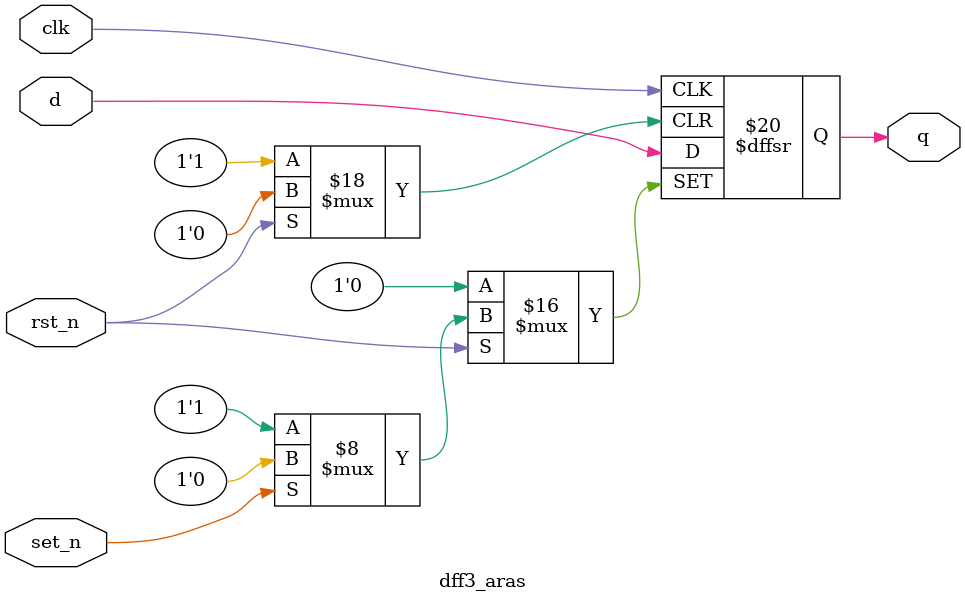
<source format=v>
`timescale 1ns / 1ps

module dff3_aras (
	output reg q,
	input d, clk, rst_n, set_n);
	
	always @(posedge clk or negedge rst_n or negedge set_n)
		if (!rst_n) q <= 0; // asynchronous reset
		else if (!set_n) q <= 1; // asynchronous set
		else q <= d;
	// synopsys translate_off
	always @(rst_n or set_n)
		if (rst_n && !set_n) force q = 1;
		else release q;
	// synopsys translate_on
endmodule
</source>
